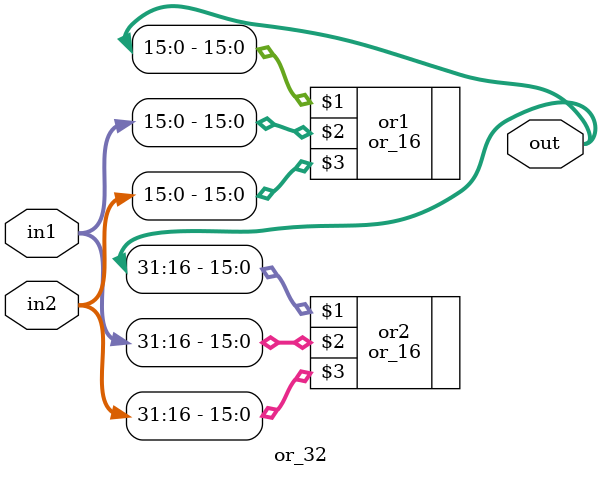
<source format=v>
module or_32(out,in1,in2);
	input[31:0] in1,in2;
	output[31:0] out;
	or_16 or1(out[15:0],in1[15:0],in2[15:0]);
	or_16 or2(out[31:16],in1[31:16],in2[31:16]);
endmodule
	
</source>
